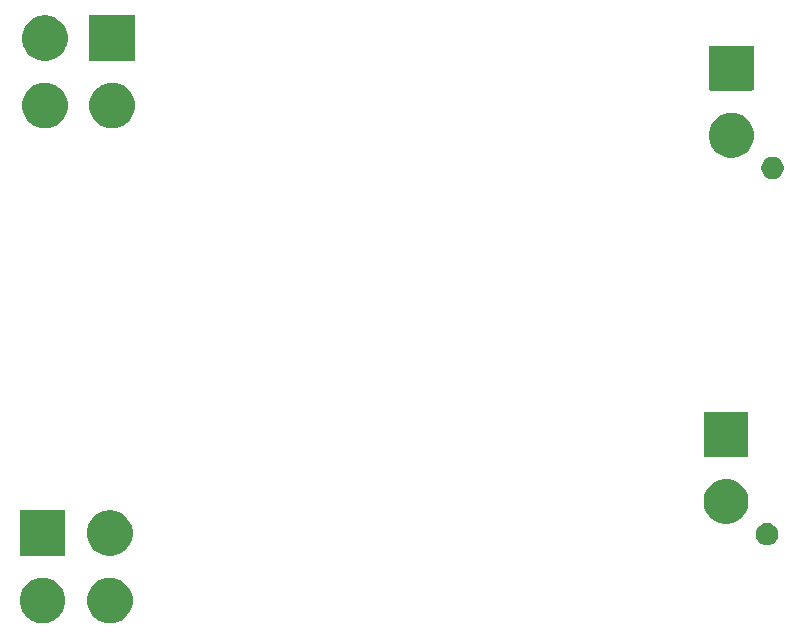
<source format=gbs>
G04 #@! TF.GenerationSoftware,KiCad,Pcbnew,5.1.4-e60b266~84~ubuntu16.04.1*
G04 #@! TF.CreationDate,2019-09-26T20:17:56+05:30*
G04 #@! TF.ProjectId,sick_kinect_powerBoard,7369636b-5f6b-4696-9e65-63745f706f77,rev?*
G04 #@! TF.SameCoordinates,Original*
G04 #@! TF.FileFunction,Soldermask,Bot*
G04 #@! TF.FilePolarity,Negative*
%FSLAX46Y46*%
G04 Gerber Fmt 4.6, Leading zero omitted, Abs format (unit mm)*
G04 Created by KiCad (PCBNEW 5.1.4-e60b266~84~ubuntu16.04.1) date 2019-09-26 20:17:56*
%MOMM*%
%LPD*%
G04 APERTURE LIST*
%ADD10C,0.100000*%
G04 APERTURE END LIST*
D10*
G36*
X114187760Y-110073343D02*
G01*
X114311793Y-110098015D01*
X114662303Y-110243201D01*
X114977753Y-110453978D01*
X115246022Y-110722247D01*
X115456799Y-111037697D01*
X115601985Y-111388207D01*
X115676000Y-111760306D01*
X115676000Y-112139694D01*
X115601985Y-112511793D01*
X115456799Y-112862303D01*
X115246022Y-113177753D01*
X114977753Y-113446022D01*
X114662303Y-113656799D01*
X114311793Y-113801985D01*
X114187760Y-113826657D01*
X113939696Y-113876000D01*
X113560304Y-113876000D01*
X113312240Y-113826657D01*
X113188207Y-113801985D01*
X112837697Y-113656799D01*
X112522247Y-113446022D01*
X112253978Y-113177753D01*
X112043201Y-112862303D01*
X111898015Y-112511793D01*
X111824000Y-112139694D01*
X111824000Y-111760306D01*
X111898015Y-111388207D01*
X112043201Y-111037697D01*
X112253978Y-110722247D01*
X112522247Y-110453978D01*
X112837697Y-110243201D01*
X113188207Y-110098015D01*
X113312240Y-110073343D01*
X113560304Y-110024000D01*
X113939696Y-110024000D01*
X114187760Y-110073343D01*
X114187760Y-110073343D01*
G37*
G36*
X119887760Y-110073343D02*
G01*
X120011793Y-110098015D01*
X120362303Y-110243201D01*
X120677753Y-110453978D01*
X120946022Y-110722247D01*
X121156799Y-111037697D01*
X121301985Y-111388207D01*
X121376000Y-111760306D01*
X121376000Y-112139694D01*
X121301985Y-112511793D01*
X121156799Y-112862303D01*
X120946022Y-113177753D01*
X120677753Y-113446022D01*
X120362303Y-113656799D01*
X120011793Y-113801985D01*
X119887760Y-113826657D01*
X119639696Y-113876000D01*
X119260304Y-113876000D01*
X119012240Y-113826657D01*
X118888207Y-113801985D01*
X118537697Y-113656799D01*
X118222247Y-113446022D01*
X117953978Y-113177753D01*
X117743201Y-112862303D01*
X117598015Y-112511793D01*
X117524000Y-112139694D01*
X117524000Y-111760306D01*
X117598015Y-111388207D01*
X117743201Y-111037697D01*
X117953978Y-110722247D01*
X118222247Y-110453978D01*
X118537697Y-110243201D01*
X118888207Y-110098015D01*
X119012240Y-110073343D01*
X119260304Y-110024000D01*
X119639696Y-110024000D01*
X119887760Y-110073343D01*
X119887760Y-110073343D01*
G37*
G36*
X119887760Y-104373343D02*
G01*
X120011793Y-104398015D01*
X120362303Y-104543201D01*
X120677753Y-104753978D01*
X120946022Y-105022247D01*
X121104646Y-105259644D01*
X121156800Y-105337699D01*
X121183826Y-105402946D01*
X121301985Y-105688207D01*
X121376000Y-106060306D01*
X121376000Y-106439694D01*
X121301985Y-106811793D01*
X121156799Y-107162303D01*
X120946022Y-107477753D01*
X120677753Y-107746022D01*
X120362303Y-107956799D01*
X120011793Y-108101985D01*
X119887760Y-108126657D01*
X119639696Y-108176000D01*
X119260304Y-108176000D01*
X119012240Y-108126657D01*
X118888207Y-108101985D01*
X118537697Y-107956799D01*
X118222247Y-107746022D01*
X117953978Y-107477753D01*
X117743201Y-107162303D01*
X117598015Y-106811793D01*
X117524000Y-106439694D01*
X117524000Y-106060306D01*
X117598015Y-105688207D01*
X117716174Y-105402946D01*
X117743200Y-105337699D01*
X117795355Y-105259644D01*
X117953978Y-105022247D01*
X118222247Y-104753978D01*
X118537697Y-104543201D01*
X118888207Y-104398015D01*
X119012240Y-104373343D01*
X119260304Y-104324000D01*
X119639696Y-104324000D01*
X119887760Y-104373343D01*
X119887760Y-104373343D01*
G37*
G36*
X115676000Y-108176000D02*
G01*
X111824000Y-108176000D01*
X111824000Y-104324000D01*
X115676000Y-104324000D01*
X115676000Y-108176000D01*
X115676000Y-108176000D01*
G37*
G36*
X175382395Y-105430546D02*
G01*
X175555466Y-105502234D01*
X175555467Y-105502235D01*
X175711227Y-105606310D01*
X175843690Y-105738773D01*
X175843691Y-105738775D01*
X175947766Y-105894534D01*
X176019454Y-106067605D01*
X176056000Y-106251333D01*
X176056000Y-106438667D01*
X176019454Y-106622395D01*
X175947766Y-106795466D01*
X175896081Y-106872818D01*
X175843690Y-106951227D01*
X175711227Y-107083690D01*
X175632818Y-107136081D01*
X175555466Y-107187766D01*
X175382395Y-107259454D01*
X175198667Y-107296000D01*
X175011333Y-107296000D01*
X174827605Y-107259454D01*
X174654534Y-107187766D01*
X174577182Y-107136081D01*
X174498773Y-107083690D01*
X174366310Y-106951227D01*
X174313919Y-106872818D01*
X174262234Y-106795466D01*
X174190546Y-106622395D01*
X174154000Y-106438667D01*
X174154000Y-106251333D01*
X174190546Y-106067605D01*
X174262234Y-105894534D01*
X174366309Y-105738775D01*
X174366310Y-105738773D01*
X174498773Y-105606310D01*
X174654533Y-105502235D01*
X174654534Y-105502234D01*
X174827605Y-105430546D01*
X175011333Y-105394000D01*
X175198667Y-105394000D01*
X175382395Y-105430546D01*
X175382395Y-105430546D01*
G37*
G36*
X171995866Y-101710527D02*
G01*
X172179501Y-101747054D01*
X172525461Y-101890356D01*
X172836817Y-102098397D01*
X173101603Y-102363183D01*
X173309644Y-102674539D01*
X173452946Y-103020499D01*
X173526000Y-103387768D01*
X173526000Y-103762232D01*
X173452946Y-104129501D01*
X173309644Y-104475461D01*
X173101603Y-104786817D01*
X172836817Y-105051603D01*
X172525461Y-105259644D01*
X172179501Y-105402946D01*
X172040746Y-105430546D01*
X171812233Y-105476000D01*
X171437767Y-105476000D01*
X171209254Y-105430546D01*
X171070499Y-105402946D01*
X170724539Y-105259644D01*
X170413183Y-105051603D01*
X170148397Y-104786817D01*
X169940356Y-104475461D01*
X169797054Y-104129501D01*
X169724000Y-103762232D01*
X169724000Y-103387768D01*
X169797054Y-103020499D01*
X169940356Y-102674539D01*
X170148397Y-102363183D01*
X170413183Y-102098397D01*
X170724539Y-101890356D01*
X171070499Y-101747054D01*
X171437767Y-101674000D01*
X171812233Y-101674000D01*
X171995866Y-101710527D01*
X171995866Y-101710527D01*
G37*
G36*
X173406119Y-95977452D02*
G01*
X173433923Y-95985886D01*
X173459540Y-95999578D01*
X173481994Y-96018006D01*
X173500422Y-96040460D01*
X173514114Y-96066077D01*
X173522548Y-96093881D01*
X173526000Y-96128927D01*
X173526000Y-99621073D01*
X173522548Y-99656119D01*
X173514114Y-99683923D01*
X173500422Y-99709540D01*
X173481994Y-99731994D01*
X173459540Y-99750422D01*
X173433923Y-99764114D01*
X173406119Y-99772548D01*
X173371073Y-99776000D01*
X169878927Y-99776000D01*
X169843881Y-99772548D01*
X169816077Y-99764114D01*
X169790460Y-99750422D01*
X169768006Y-99731994D01*
X169749578Y-99709540D01*
X169735886Y-99683923D01*
X169727452Y-99656119D01*
X169724000Y-99621073D01*
X169724000Y-96128927D01*
X169727452Y-96093881D01*
X169735886Y-96066077D01*
X169749578Y-96040460D01*
X169768006Y-96018006D01*
X169790460Y-95999578D01*
X169816077Y-95985886D01*
X169843881Y-95977452D01*
X169878927Y-95974000D01*
X173371073Y-95974000D01*
X173406119Y-95977452D01*
X173406119Y-95977452D01*
G37*
G36*
X175832395Y-74430546D02*
G01*
X176005466Y-74502234D01*
X176005467Y-74502235D01*
X176161227Y-74606310D01*
X176293690Y-74738773D01*
X176293691Y-74738775D01*
X176397766Y-74894534D01*
X176469454Y-75067605D01*
X176506000Y-75251333D01*
X176506000Y-75438667D01*
X176469454Y-75622395D01*
X176397766Y-75795466D01*
X176397765Y-75795467D01*
X176293690Y-75951227D01*
X176161227Y-76083690D01*
X176082818Y-76136081D01*
X176005466Y-76187766D01*
X175832395Y-76259454D01*
X175648667Y-76296000D01*
X175461333Y-76296000D01*
X175277605Y-76259454D01*
X175104534Y-76187766D01*
X175027182Y-76136081D01*
X174948773Y-76083690D01*
X174816310Y-75951227D01*
X174712235Y-75795467D01*
X174712234Y-75795466D01*
X174640546Y-75622395D01*
X174604000Y-75438667D01*
X174604000Y-75251333D01*
X174640546Y-75067605D01*
X174712234Y-74894534D01*
X174816309Y-74738775D01*
X174816310Y-74738773D01*
X174948773Y-74606310D01*
X175104533Y-74502235D01*
X175104534Y-74502234D01*
X175277605Y-74430546D01*
X175461333Y-74394000D01*
X175648667Y-74394000D01*
X175832395Y-74430546D01*
X175832395Y-74430546D01*
G37*
G36*
X172445866Y-70710527D02*
G01*
X172629501Y-70747054D01*
X172975461Y-70890356D01*
X173286817Y-71098397D01*
X173551603Y-71363183D01*
X173759644Y-71674539D01*
X173902946Y-72020499D01*
X173976000Y-72387768D01*
X173976000Y-72762232D01*
X173902946Y-73129501D01*
X173759644Y-73475461D01*
X173551603Y-73786817D01*
X173286817Y-74051603D01*
X172975461Y-74259644D01*
X172629501Y-74402946D01*
X172490746Y-74430546D01*
X172262233Y-74476000D01*
X171887767Y-74476000D01*
X171659254Y-74430546D01*
X171520499Y-74402946D01*
X171174539Y-74259644D01*
X170863183Y-74051603D01*
X170598397Y-73786817D01*
X170390356Y-73475461D01*
X170247054Y-73129501D01*
X170174000Y-72762232D01*
X170174000Y-72387768D01*
X170247054Y-72020499D01*
X170390356Y-71674539D01*
X170598397Y-71363183D01*
X170863183Y-71098397D01*
X171174539Y-70890356D01*
X171520499Y-70747054D01*
X171704134Y-70710527D01*
X171887767Y-70674000D01*
X172262233Y-70674000D01*
X172445866Y-70710527D01*
X172445866Y-70710527D01*
G37*
G36*
X114387760Y-68173343D02*
G01*
X114511793Y-68198015D01*
X114862303Y-68343201D01*
X115177753Y-68553978D01*
X115446022Y-68822247D01*
X115656799Y-69137697D01*
X115801985Y-69488207D01*
X115876000Y-69860306D01*
X115876000Y-70239694D01*
X115801985Y-70611793D01*
X115656799Y-70962303D01*
X115446022Y-71277753D01*
X115177753Y-71546022D01*
X114862303Y-71756799D01*
X114511793Y-71901985D01*
X114387760Y-71926657D01*
X114139696Y-71976000D01*
X113760304Y-71976000D01*
X113512240Y-71926657D01*
X113388207Y-71901985D01*
X113037697Y-71756799D01*
X112722247Y-71546022D01*
X112453978Y-71277753D01*
X112243201Y-70962303D01*
X112098015Y-70611793D01*
X112024000Y-70239694D01*
X112024000Y-69860306D01*
X112098015Y-69488207D01*
X112243201Y-69137697D01*
X112453978Y-68822247D01*
X112722247Y-68553978D01*
X113037697Y-68343201D01*
X113388207Y-68198015D01*
X113512240Y-68173343D01*
X113760304Y-68124000D01*
X114139696Y-68124000D01*
X114387760Y-68173343D01*
X114387760Y-68173343D01*
G37*
G36*
X120087760Y-68173343D02*
G01*
X120211793Y-68198015D01*
X120562303Y-68343201D01*
X120877753Y-68553978D01*
X121146022Y-68822247D01*
X121356799Y-69137697D01*
X121501985Y-69488207D01*
X121576000Y-69860306D01*
X121576000Y-70239694D01*
X121501985Y-70611793D01*
X121356799Y-70962303D01*
X121146022Y-71277753D01*
X120877753Y-71546022D01*
X120562303Y-71756799D01*
X120211793Y-71901985D01*
X120087760Y-71926657D01*
X119839696Y-71976000D01*
X119460304Y-71976000D01*
X119212240Y-71926657D01*
X119088207Y-71901985D01*
X118737697Y-71756799D01*
X118422247Y-71546022D01*
X118153978Y-71277753D01*
X117943201Y-70962303D01*
X117798015Y-70611793D01*
X117724000Y-70239694D01*
X117724000Y-69860306D01*
X117798015Y-69488207D01*
X117943201Y-69137697D01*
X118153978Y-68822247D01*
X118422247Y-68553978D01*
X118737697Y-68343201D01*
X119088207Y-68198015D01*
X119212240Y-68173343D01*
X119460304Y-68124000D01*
X119839696Y-68124000D01*
X120087760Y-68173343D01*
X120087760Y-68173343D01*
G37*
G36*
X173856119Y-64977452D02*
G01*
X173883923Y-64985886D01*
X173909540Y-64999578D01*
X173931994Y-65018006D01*
X173950422Y-65040460D01*
X173964114Y-65066077D01*
X173972548Y-65093881D01*
X173976000Y-65128927D01*
X173976000Y-68621073D01*
X173972548Y-68656119D01*
X173964114Y-68683923D01*
X173950422Y-68709540D01*
X173931994Y-68731994D01*
X173909540Y-68750422D01*
X173883923Y-68764114D01*
X173856119Y-68772548D01*
X173821073Y-68776000D01*
X170328927Y-68776000D01*
X170293881Y-68772548D01*
X170266077Y-68764114D01*
X170240460Y-68750422D01*
X170218006Y-68731994D01*
X170199578Y-68709540D01*
X170185886Y-68683923D01*
X170177452Y-68656119D01*
X170174000Y-68621073D01*
X170174000Y-65128927D01*
X170177452Y-65093881D01*
X170185886Y-65066077D01*
X170199578Y-65040460D01*
X170218006Y-65018006D01*
X170240460Y-64999578D01*
X170266077Y-64985886D01*
X170293881Y-64977452D01*
X170328927Y-64974000D01*
X173821073Y-64974000D01*
X173856119Y-64977452D01*
X173856119Y-64977452D01*
G37*
G36*
X114387760Y-62473343D02*
G01*
X114511793Y-62498015D01*
X114862303Y-62643201D01*
X115177753Y-62853978D01*
X115446022Y-63122247D01*
X115656799Y-63437697D01*
X115801985Y-63788207D01*
X115876000Y-64160306D01*
X115876000Y-64539694D01*
X115801985Y-64911793D01*
X115768118Y-64993555D01*
X115669810Y-65230893D01*
X115656799Y-65262303D01*
X115446022Y-65577753D01*
X115177753Y-65846022D01*
X114862303Y-66056799D01*
X114511793Y-66201985D01*
X114387760Y-66226657D01*
X114139696Y-66276000D01*
X113760304Y-66276000D01*
X113512240Y-66226657D01*
X113388207Y-66201985D01*
X113037697Y-66056799D01*
X112722247Y-65846022D01*
X112453978Y-65577753D01*
X112243201Y-65262303D01*
X112230191Y-65230893D01*
X112131882Y-64993555D01*
X112098015Y-64911793D01*
X112024000Y-64539694D01*
X112024000Y-64160306D01*
X112098015Y-63788207D01*
X112243201Y-63437697D01*
X112453978Y-63122247D01*
X112722247Y-62853978D01*
X113037697Y-62643201D01*
X113388207Y-62498015D01*
X113512240Y-62473343D01*
X113760304Y-62424000D01*
X114139696Y-62424000D01*
X114387760Y-62473343D01*
X114387760Y-62473343D01*
G37*
G36*
X121576000Y-66276000D02*
G01*
X117724000Y-66276000D01*
X117724000Y-62424000D01*
X121576000Y-62424000D01*
X121576000Y-66276000D01*
X121576000Y-66276000D01*
G37*
M02*

</source>
